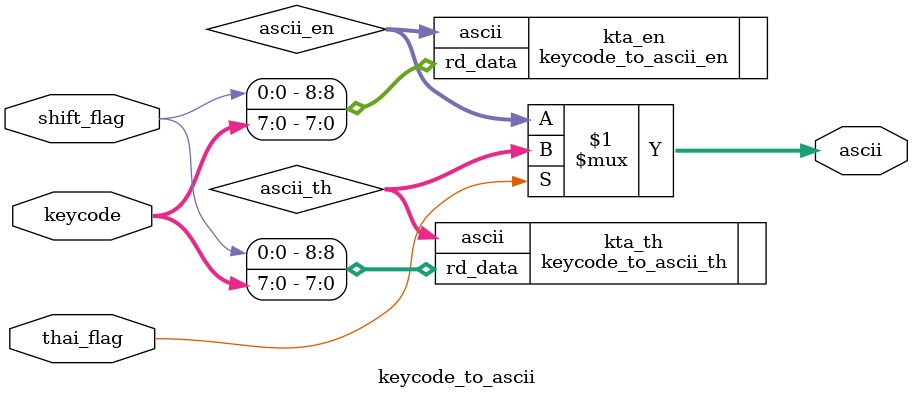
<source format=v>
`timescale 1ns / 1ps


module keycode_to_ascii(
        input       thai_flag,
        input       shift_flag,
        input [7:0] keycode,
        output[7:0] ascii
    );
    
    wire [7:0] ascii_th;
    wire [7:0] ascii_en;
    assign ascii = (thai_flag) ? ascii_th : ascii_en;
    
    keycode_to_ascii_th kta_th(
        .rd_data({shift_flag,keycode}),
        .ascii(ascii_th)
    );
    
    keycode_to_ascii_en kta_en(
        .rd_data({shift_flag,keycode}),
        .ascii(ascii_en)
    );
    
endmodule
</source>
